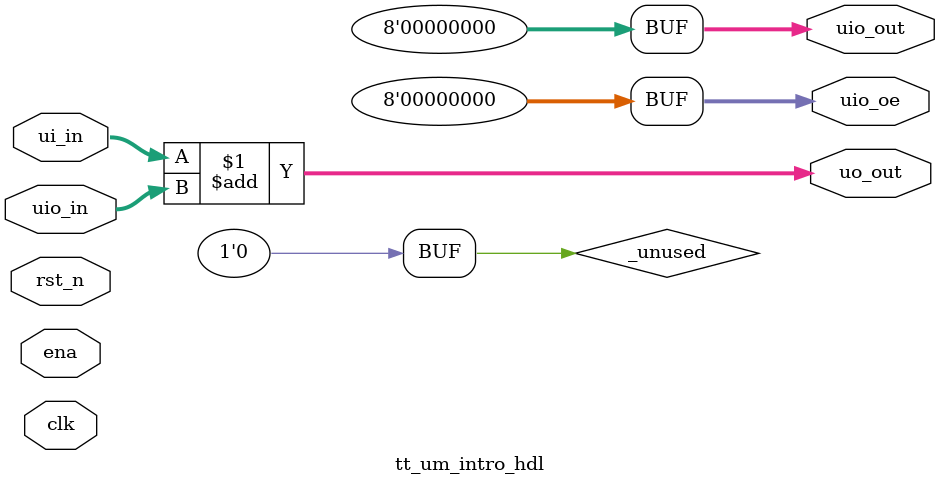
<source format=v>
/*
 * Copyright (c) 2024 Your Name
 * SPDX-License-Identifier: Apache-2.0
 */

`default_nettype none

module tt_um_intro_hdl (
    input  wire [7:0] ui_in,    // Dedicated inputs
    output wire [7:0] uo_out,   // Dedicated outputs
    input  wire [7:0] uio_in,   // IOs: Input path
    output wire [7:0] uio_out,  // IOs: Output path
    output wire [7:0] uio_oe,   // IOs: Enable path (active high: 0=input, 1=output)
    input  wire       ena,      // always 1 when the design is powered, so you can ignore it
    input  wire       clk,      // clock
    input  wire       rst_n     // reset_n - low to reset
);

  // All output pins must be assigned. If not used, assign to 0.
  assign uo_out  = ui_in + uio_in;  // Example: ou_out is the sum of ui_in and uio_in
  assign uio_out = 0;
  assign uio_oe  = 0;

  // List all unused inputs to prevent warnings
  wire _unused = &{ena, clk, rst_n, 1'b0};

endmodule

</source>
